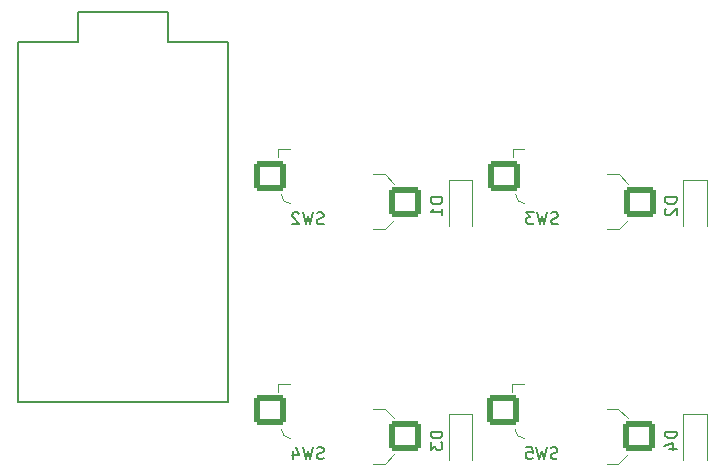
<source format=gbo>
G04 #@! TF.GenerationSoftware,KiCad,Pcbnew,(6.0.5)*
G04 #@! TF.CreationDate,2022-09-29T20:04:46+08:00*
G04 #@! TF.ProjectId,4k-keypad-pro-micro,346b2d6b-6579-4706-9164-2d70726f2d6d,rev?*
G04 #@! TF.SameCoordinates,Original*
G04 #@! TF.FileFunction,Legend,Bot*
G04 #@! TF.FilePolarity,Positive*
%FSLAX46Y46*%
G04 Gerber Fmt 4.6, Leading zero omitted, Abs format (unit mm)*
G04 Created by KiCad (PCBNEW (6.0.5)) date 2022-09-29 20:04:46*
%MOMM*%
%LPD*%
G01*
G04 APERTURE LIST*
G04 Aperture macros list*
%AMRoundRect*
0 Rectangle with rounded corners*
0 $1 Rounding radius*
0 $2 $3 $4 $5 $6 $7 $8 $9 X,Y pos of 4 corners*
0 Add a 4 corners polygon primitive as box body*
4,1,4,$2,$3,$4,$5,$6,$7,$8,$9,$2,$3,0*
0 Add four circle primitives for the rounded corners*
1,1,$1+$1,$2,$3*
1,1,$1+$1,$4,$5*
1,1,$1+$1,$6,$7*
1,1,$1+$1,$8,$9*
0 Add four rect primitives between the rounded corners*
20,1,$1+$1,$2,$3,$4,$5,0*
20,1,$1+$1,$4,$5,$6,$7,0*
20,1,$1+$1,$6,$7,$8,$9,0*
20,1,$1+$1,$8,$9,$2,$3,0*%
G04 Aperture macros list end*
%ADD10C,0.150000*%
%ADD11C,0.120000*%
%ADD12R,1.600000X1.600000*%
%ADD13C,1.600000*%
%ADD14C,1.700000*%
%ADD15C,1.200000*%
%ADD16C,3.400000*%
%ADD17C,3.300000*%
%ADD18RoundRect,0.260000X1.065000X1.040000X-1.065000X1.040000X-1.065000X-1.040000X1.065000X-1.040000X0*%
%ADD19R,1.200000X0.900000*%
G04 APERTURE END LIST*
D10*
X145558333Y-86354761D02*
X145415476Y-86402380D01*
X145177380Y-86402380D01*
X145082142Y-86354761D01*
X145034523Y-86307142D01*
X144986904Y-86211904D01*
X144986904Y-86116666D01*
X145034523Y-86021428D01*
X145082142Y-85973809D01*
X145177380Y-85926190D01*
X145367857Y-85878571D01*
X145463095Y-85830952D01*
X145510714Y-85783333D01*
X145558333Y-85688095D01*
X145558333Y-85592857D01*
X145510714Y-85497619D01*
X145463095Y-85450000D01*
X145367857Y-85402380D01*
X145129761Y-85402380D01*
X144986904Y-85450000D01*
X144653571Y-85402380D02*
X144415476Y-86402380D01*
X144225000Y-85688095D01*
X144034523Y-86402380D01*
X143796428Y-85402380D01*
X143510714Y-85402380D02*
X142891666Y-85402380D01*
X143225000Y-85783333D01*
X143082142Y-85783333D01*
X142986904Y-85830952D01*
X142939285Y-85878571D01*
X142891666Y-85973809D01*
X142891666Y-86211904D01*
X142939285Y-86307142D01*
X142986904Y-86354761D01*
X143082142Y-86402380D01*
X143367857Y-86402380D01*
X143463095Y-86354761D01*
X143510714Y-86307142D01*
X135771130Y-103974404D02*
X134771130Y-103974404D01*
X134771130Y-104212500D01*
X134818750Y-104355357D01*
X134913988Y-104450595D01*
X135009226Y-104498214D01*
X135199702Y-104545833D01*
X135342559Y-104545833D01*
X135533035Y-104498214D01*
X135628273Y-104450595D01*
X135723511Y-104355357D01*
X135771130Y-104212500D01*
X135771130Y-103974404D01*
X134771130Y-104879166D02*
X134771130Y-105498214D01*
X135152083Y-105164880D01*
X135152083Y-105307738D01*
X135199702Y-105402976D01*
X135247321Y-105450595D01*
X135342559Y-105498214D01*
X135580654Y-105498214D01*
X135675892Y-105450595D01*
X135723511Y-105402976D01*
X135771130Y-105307738D01*
X135771130Y-105022023D01*
X135723511Y-104926785D01*
X135675892Y-104879166D01*
X155614880Y-84130654D02*
X154614880Y-84130654D01*
X154614880Y-84368750D01*
X154662500Y-84511607D01*
X154757738Y-84606845D01*
X154852976Y-84654464D01*
X155043452Y-84702083D01*
X155186309Y-84702083D01*
X155376785Y-84654464D01*
X155472023Y-84606845D01*
X155567261Y-84511607D01*
X155614880Y-84368750D01*
X155614880Y-84130654D01*
X154710119Y-85083035D02*
X154662500Y-85130654D01*
X154614880Y-85225892D01*
X154614880Y-85463988D01*
X154662500Y-85559226D01*
X154710119Y-85606845D01*
X154805357Y-85654464D01*
X154900595Y-85654464D01*
X155043452Y-85606845D01*
X155614880Y-85035416D01*
X155614880Y-85654464D01*
X145502083Y-106229761D02*
X145359226Y-106277380D01*
X145121130Y-106277380D01*
X145025892Y-106229761D01*
X144978273Y-106182142D01*
X144930654Y-106086904D01*
X144930654Y-105991666D01*
X144978273Y-105896428D01*
X145025892Y-105848809D01*
X145121130Y-105801190D01*
X145311607Y-105753571D01*
X145406845Y-105705952D01*
X145454464Y-105658333D01*
X145502083Y-105563095D01*
X145502083Y-105467857D01*
X145454464Y-105372619D01*
X145406845Y-105325000D01*
X145311607Y-105277380D01*
X145073511Y-105277380D01*
X144930654Y-105325000D01*
X144597321Y-105277380D02*
X144359226Y-106277380D01*
X144168750Y-105563095D01*
X143978273Y-106277380D01*
X143740178Y-105277380D01*
X142883035Y-105277380D02*
X143359226Y-105277380D01*
X143406845Y-105753571D01*
X143359226Y-105705952D01*
X143263988Y-105658333D01*
X143025892Y-105658333D01*
X142930654Y-105705952D01*
X142883035Y-105753571D01*
X142835416Y-105848809D01*
X142835416Y-106086904D01*
X142883035Y-106182142D01*
X142930654Y-106229761D01*
X143025892Y-106277380D01*
X143263988Y-106277380D01*
X143359226Y-106229761D01*
X143406845Y-106182142D01*
X125714583Y-106229761D02*
X125571726Y-106277380D01*
X125333630Y-106277380D01*
X125238392Y-106229761D01*
X125190773Y-106182142D01*
X125143154Y-106086904D01*
X125143154Y-105991666D01*
X125190773Y-105896428D01*
X125238392Y-105848809D01*
X125333630Y-105801190D01*
X125524107Y-105753571D01*
X125619345Y-105705952D01*
X125666964Y-105658333D01*
X125714583Y-105563095D01*
X125714583Y-105467857D01*
X125666964Y-105372619D01*
X125619345Y-105325000D01*
X125524107Y-105277380D01*
X125286011Y-105277380D01*
X125143154Y-105325000D01*
X124809821Y-105277380D02*
X124571726Y-106277380D01*
X124381250Y-105563095D01*
X124190773Y-106277380D01*
X123952678Y-105277380D01*
X123143154Y-105610714D02*
X123143154Y-106277380D01*
X123381250Y-105229761D02*
X123619345Y-105944047D01*
X123000297Y-105944047D01*
X155614880Y-103974404D02*
X154614880Y-103974404D01*
X154614880Y-104212500D01*
X154662500Y-104355357D01*
X154757738Y-104450595D01*
X154852976Y-104498214D01*
X155043452Y-104545833D01*
X155186309Y-104545833D01*
X155376785Y-104498214D01*
X155472023Y-104450595D01*
X155567261Y-104355357D01*
X155614880Y-104212500D01*
X155614880Y-103974404D01*
X154948214Y-105402976D02*
X155614880Y-105402976D01*
X154567261Y-105164880D02*
X155281547Y-104926785D01*
X155281547Y-105545833D01*
X125714583Y-86354761D02*
X125571726Y-86402380D01*
X125333630Y-86402380D01*
X125238392Y-86354761D01*
X125190773Y-86307142D01*
X125143154Y-86211904D01*
X125143154Y-86116666D01*
X125190773Y-86021428D01*
X125238392Y-85973809D01*
X125333630Y-85926190D01*
X125524107Y-85878571D01*
X125619345Y-85830952D01*
X125666964Y-85783333D01*
X125714583Y-85688095D01*
X125714583Y-85592857D01*
X125666964Y-85497619D01*
X125619345Y-85450000D01*
X125524107Y-85402380D01*
X125286011Y-85402380D01*
X125143154Y-85450000D01*
X124809821Y-85402380D02*
X124571726Y-86402380D01*
X124381250Y-85688095D01*
X124190773Y-86402380D01*
X123952678Y-85402380D01*
X123619345Y-85497619D02*
X123571726Y-85450000D01*
X123476488Y-85402380D01*
X123238392Y-85402380D01*
X123143154Y-85450000D01*
X123095535Y-85497619D01*
X123047916Y-85592857D01*
X123047916Y-85688095D01*
X123095535Y-85830952D01*
X123666964Y-86402380D01*
X123047916Y-86402380D01*
X135771130Y-84130654D02*
X134771130Y-84130654D01*
X134771130Y-84368750D01*
X134818750Y-84511607D01*
X134913988Y-84606845D01*
X135009226Y-84654464D01*
X135199702Y-84702083D01*
X135342559Y-84702083D01*
X135533035Y-84654464D01*
X135628273Y-84606845D01*
X135723511Y-84511607D01*
X135771130Y-84368750D01*
X135771130Y-84130654D01*
X135771130Y-85654464D02*
X135771130Y-85083035D01*
X135771130Y-85368750D02*
X134771130Y-85368750D01*
X134913988Y-85273511D01*
X135009226Y-85178273D01*
X135056845Y-85083035D01*
X117633750Y-70961250D02*
X117633750Y-101441250D01*
X117633750Y-101441250D02*
X99853750Y-101441250D01*
X112553750Y-68421250D02*
X112553750Y-70961250D01*
X112553750Y-70961250D02*
X117633750Y-70961250D01*
X104933750Y-70961250D02*
X104933750Y-68421250D01*
X104933750Y-68421250D02*
X112553750Y-68421250D01*
X99853750Y-101441250D02*
X99853750Y-70961250D01*
X99853750Y-70961250D02*
X104933750Y-70961250D01*
D11*
X150725000Y-86825000D02*
X149725000Y-86825000D01*
X150725000Y-82175000D02*
X149725000Y-82175000D01*
X141721000Y-80025000D02*
X142721000Y-80025000D01*
X151525000Y-86025000D02*
X150725000Y-86825000D01*
X150725000Y-82175000D02*
X151525000Y-82975000D01*
X141721000Y-80025000D02*
X141721000Y-80725000D01*
X141975000Y-83875000D02*
G75*
G03*
X142775000Y-84675000I800000J0D01*
G01*
X138318750Y-102462500D02*
X138318750Y-106362500D01*
X136318750Y-102462500D02*
X136318750Y-106362500D01*
X136318750Y-102462500D02*
X138318750Y-102462500D01*
X158162500Y-82618750D02*
X158162500Y-86518750D01*
X156162500Y-82618750D02*
X158162500Y-82618750D01*
X156162500Y-82618750D02*
X156162500Y-86518750D01*
X141664750Y-99900000D02*
X142664750Y-99900000D01*
X150668750Y-102050000D02*
X151468750Y-102850000D01*
X151468750Y-105900000D02*
X150668750Y-106700000D01*
X141664750Y-99900000D02*
X141664750Y-100600000D01*
X150668750Y-106700000D02*
X149668750Y-106700000D01*
X150668750Y-102050000D02*
X149668750Y-102050000D01*
X141918750Y-103750000D02*
G75*
G03*
X142718750Y-104550000I800000J0D01*
G01*
X121877250Y-99900000D02*
X122877250Y-99900000D01*
X130881250Y-102050000D02*
X129881250Y-102050000D01*
X121877250Y-99900000D02*
X121877250Y-100600000D01*
X130881250Y-102050000D02*
X131681250Y-102850000D01*
X131681250Y-105900000D02*
X130881250Y-106700000D01*
X130881250Y-106700000D02*
X129881250Y-106700000D01*
X122131250Y-103750000D02*
G75*
G03*
X122931250Y-104550000I800000J0D01*
G01*
X156162500Y-102462500D02*
X158162500Y-102462500D01*
X158162500Y-102462500D02*
X158162500Y-106362500D01*
X156162500Y-102462500D02*
X156162500Y-106362500D01*
X121877250Y-80025000D02*
X121877250Y-80725000D01*
X131681250Y-86025000D02*
X130881250Y-86825000D01*
X130881250Y-82175000D02*
X131681250Y-82975000D01*
X130881250Y-86825000D02*
X129881250Y-86825000D01*
X121877250Y-80025000D02*
X122877250Y-80025000D01*
X130881250Y-82175000D02*
X129881250Y-82175000D01*
X122131250Y-83875000D02*
G75*
G03*
X122931250Y-84675000I800000J0D01*
G01*
X136318750Y-82618750D02*
X138318750Y-82618750D01*
X136318750Y-82618750D02*
X136318750Y-86518750D01*
X138318750Y-82618750D02*
X138318750Y-86518750D01*
%LPC*%
D12*
X101123750Y-72231250D03*
D13*
X101123750Y-74771250D03*
X101123750Y-77311250D03*
X101123750Y-79851250D03*
X101123750Y-82391250D03*
X101123750Y-84931250D03*
X101123750Y-87471250D03*
X101123750Y-90011250D03*
X101123750Y-92551250D03*
X101123750Y-95091250D03*
X101123750Y-97631250D03*
X101123750Y-100171250D03*
X116363750Y-100171250D03*
X116363750Y-97631250D03*
X116363750Y-95091250D03*
X116363750Y-92551250D03*
X116363750Y-90011250D03*
X116363750Y-87471250D03*
X116363750Y-84931250D03*
X116363750Y-82391250D03*
X116363750Y-79851250D03*
X116363750Y-77311250D03*
X116363750Y-74771250D03*
X116363750Y-72231250D03*
D14*
X143725000Y-78550000D03*
D15*
X154445000Y-74350000D03*
D16*
X149225000Y-78550000D03*
D14*
X154725000Y-78550000D03*
D17*
X144225000Y-82300000D03*
D18*
X140980000Y-82300000D03*
X152470000Y-84500000D03*
D17*
X149225000Y-84500000D03*
D19*
X137318750Y-103062500D03*
X137318750Y-106362500D03*
X157162500Y-83218750D03*
X157162500Y-86518750D03*
D15*
X154388750Y-94225000D03*
D16*
X149168750Y-98425000D03*
D14*
X154668750Y-98425000D03*
X143668750Y-98425000D03*
D18*
X140923750Y-102175000D03*
D17*
X144168750Y-102175000D03*
D18*
X152413750Y-104375000D03*
D17*
X149168750Y-104375000D03*
D14*
X123881250Y-98425000D03*
X134881250Y-98425000D03*
D15*
X134601250Y-94225000D03*
D16*
X129381250Y-98425000D03*
D17*
X124381250Y-102175000D03*
D18*
X121136250Y-102175000D03*
D17*
X129381250Y-104375000D03*
D18*
X132626250Y-104375000D03*
D19*
X157162500Y-103062500D03*
X157162500Y-106362500D03*
D14*
X134881250Y-78550000D03*
D15*
X134601250Y-74350000D03*
D16*
X129381250Y-78550000D03*
D14*
X123881250Y-78550000D03*
D17*
X124381250Y-82300000D03*
D18*
X121136250Y-82300000D03*
X132626250Y-84500000D03*
D17*
X129381250Y-84500000D03*
D19*
X137318750Y-83218750D03*
X137318750Y-86518750D03*
M02*

</source>
